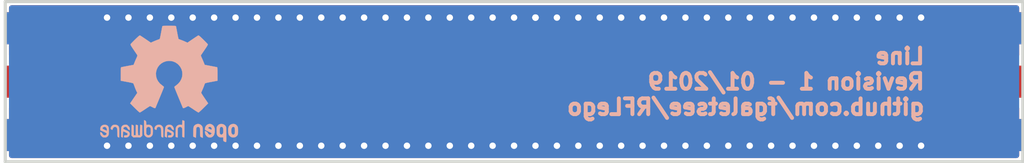
<source format=kicad_pcb>
(kicad_pcb (version 20171130) (host pcbnew "(5.0.1-3-g963ef8bb5)")

  (general
    (thickness 1.6)
    (drawings 6)
    (tracks 81)
    (zones 0)
    (modules 3)
    (nets 3)
  )

  (page A4)
  (layers
    (0 F.Cu signal)
    (31 B.Cu signal)
    (32 B.Adhes user)
    (33 F.Adhes user)
    (34 B.Paste user)
    (35 F.Paste user)
    (36 B.SilkS user)
    (37 F.SilkS user)
    (38 B.Mask user)
    (39 F.Mask user)
    (40 Dwgs.User user)
    (41 Cmts.User user)
    (42 Eco1.User user)
    (43 Eco2.User user)
    (44 Edge.Cuts user)
    (45 Margin user)
    (46 B.CrtYd user)
    (47 F.CrtYd user)
    (48 B.Fab user)
    (49 F.Fab user)
  )

  (setup
    (last_trace_width 0.2032)
    (trace_clearance 0.2032)
    (zone_clearance 0.1)
    (zone_45_only no)
    (trace_min 0.2032)
    (segment_width 0.2)
    (edge_width 0.15)
    (via_size 0.6096)
    (via_drill 0.3048)
    (via_min_size 0.6096)
    (via_min_drill 0.3048)
    (uvia_size 0.3)
    (uvia_drill 0.1)
    (uvias_allowed no)
    (uvia_min_size 0.2)
    (uvia_min_drill 0.1)
    (pcb_text_width 0.3)
    (pcb_text_size 1.5 1.5)
    (mod_edge_width 0.15)
    (mod_text_size 1 1)
    (mod_text_width 0.15)
    (pad_size 1.524 1.524)
    (pad_drill 0.762)
    (pad_to_mask_clearance 0.051)
    (solder_mask_min_width 0.25)
    (aux_axis_origin 0 0)
    (grid_origin 102.362 88.646)
    (visible_elements FFFFFF7F)
    (pcbplotparams
      (layerselection 0x010fc_ffffffff)
      (usegerberextensions false)
      (usegerberattributes false)
      (usegerberadvancedattributes false)
      (creategerberjobfile false)
      (excludeedgelayer true)
      (linewidth 0.100000)
      (plotframeref false)
      (viasonmask false)
      (mode 1)
      (useauxorigin false)
      (hpglpennumber 1)
      (hpglpenspeed 20)
      (hpglpendiameter 15.000000)
      (psnegative false)
      (psa4output false)
      (plotreference true)
      (plotvalue true)
      (plotinvisibletext false)
      (padsonsilk false)
      (subtractmaskfromsilk false)
      (outputformat 1)
      (mirror false)
      (drillshape 1)
      (scaleselection 1)
      (outputdirectory ""))
  )

  (net 0 "")
  (net 1 "Net-(J1-Pad1)")
  (net 2 GND)

  (net_class Default "This is the default net class."
    (clearance 0.2032)
    (trace_width 0.2032)
    (via_dia 0.6096)
    (via_drill 0.3048)
    (uvia_dia 0.3)
    (uvia_drill 0.1)
    (diff_pair_gap 0.2032)
    (diff_pair_width 0.2032)
    (add_net GND)
  )

  (net_class 50Ohm ""
    (clearance 0.37)
    (trace_width 1.8)
    (via_dia 0.6096)
    (via_drill 0.3048)
    (uvia_dia 0.3)
    (uvia_drill 0.1)
    (diff_pair_gap 0.2032)
    (diff_pair_width 0.2032)
    (add_net "Net-(J1-Pad1)")
  )

  (module RFLego_Footprint:SMA_Edge (layer F.Cu) (tedit 5C3CF4CB) (tstamp 5C49592E)
    (at 102.362 84.836)
    (path /5C3CEFC7)
    (fp_text reference J1 (at 2.1336 4.6482) (layer F.SilkS) hide
      (effects (font (size 1 1) (thickness 0.15)))
    )
    (fp_text value SMA (at 1.27 6.35) (layer F.Fab) hide
      (effects (font (size 1 1) (thickness 0.15)))
    )
    (pad 1 smd rect (at 2.032 0) (size 4.064 1.524) (layers F.Cu F.Mask)
      (net 1 "Net-(J1-Pad1)"))
    (pad 2 smd rect (at 2.032 -2.54) (size 4.064 1.524) (layers F.Cu F.Mask)
      (net 2 GND))
    (pad 2 smd rect (at 2.032 2.54) (size 4.064 1.524) (layers B.Cu B.Mask)
      (net 2 GND))
    (pad 2 smd rect (at 2.032 -2.54) (size 4.064 1.524) (layers B.Cu B.Mask)
      (net 2 GND))
    (pad 2 smd rect (at 2.032 2.54) (size 4.064 1.524) (layers F.Cu F.Mask)
      (net 2 GND))
  )

  (module RFLego_Footprint:SMA_Edge (layer F.Cu) (tedit 5C3CF4D1) (tstamp 5C495937)
    (at 146.558 84.836)
    (path /5C3CEFFE)
    (fp_text reference J2 (at 2.1336 4.6482) (layer F.SilkS) hide
      (effects (font (size 1 1) (thickness 0.15)))
    )
    (fp_text value SMA (at 1.27 6.35) (layer F.Fab) hide
      (effects (font (size 1 1) (thickness 0.15)))
    )
    (pad 2 smd rect (at 2.032 2.54) (size 4.064 1.524) (layers F.Cu F.Mask)
      (net 2 GND))
    (pad 2 smd rect (at 2.032 -2.54) (size 4.064 1.524) (layers B.Cu B.Mask)
      (net 2 GND))
    (pad 2 smd rect (at 2.032 2.54) (size 4.064 1.524) (layers B.Cu B.Mask)
      (net 2 GND))
    (pad 2 smd rect (at 2.032 -2.54) (size 4.064 1.524) (layers F.Cu F.Mask)
      (net 2 GND))
    (pad 1 smd rect (at 2.032 0) (size 4.064 1.524) (layers F.Cu F.Mask)
      (net 1 "Net-(J1-Pad1)"))
  )

  (module Symbol:OSHW-Logo2_7.3x6mm_SilkScreen (layer B.Cu) (tedit 0) (tstamp 5C496CBC)
    (at 110.1344 84.9376 180)
    (descr "Open Source Hardware Symbol")
    (tags "Logo Symbol OSHW")
    (attr virtual)
    (fp_text reference REF** (at 0 0 180) (layer B.SilkS) hide
      (effects (font (size 1 1) (thickness 0.15)) (justify mirror))
    )
    (fp_text value OSHW-Logo2_7.3x6mm_SilkScreen (at 0.75 0 180) (layer B.Fab) hide
      (effects (font (size 1 1) (thickness 0.15)) (justify mirror))
    )
    (fp_poly (pts (xy 0.10391 2.757652) (xy 0.182454 2.757222) (xy 0.239298 2.756058) (xy 0.278105 2.753793)
      (xy 0.302538 2.75006) (xy 0.316262 2.744494) (xy 0.32294 2.736727) (xy 0.326236 2.726395)
      (xy 0.326556 2.725057) (xy 0.331562 2.700921) (xy 0.340829 2.653299) (xy 0.353392 2.587259)
      (xy 0.368287 2.507872) (xy 0.384551 2.420204) (xy 0.385119 2.417125) (xy 0.40141 2.331211)
      (xy 0.416652 2.255304) (xy 0.429861 2.193955) (xy 0.440054 2.151718) (xy 0.446248 2.133145)
      (xy 0.446543 2.132816) (xy 0.464788 2.123747) (xy 0.502405 2.108633) (xy 0.551271 2.090738)
      (xy 0.551543 2.090642) (xy 0.613093 2.067507) (xy 0.685657 2.038035) (xy 0.754057 2.008403)
      (xy 0.757294 2.006938) (xy 0.868702 1.956374) (xy 1.115399 2.12484) (xy 1.191077 2.176197)
      (xy 1.259631 2.222111) (xy 1.317088 2.25997) (xy 1.359476 2.287163) (xy 1.382825 2.301079)
      (xy 1.385042 2.302111) (xy 1.40201 2.297516) (xy 1.433701 2.275345) (xy 1.481352 2.234553)
      (xy 1.546198 2.174095) (xy 1.612397 2.109773) (xy 1.676214 2.046388) (xy 1.733329 1.988549)
      (xy 1.780305 1.939825) (xy 1.813703 1.90379) (xy 1.830085 1.884016) (xy 1.830694 1.882998)
      (xy 1.832505 1.869428) (xy 1.825683 1.847267) (xy 1.80854 1.813522) (xy 1.779393 1.7652)
      (xy 1.736555 1.699308) (xy 1.679448 1.614483) (xy 1.628766 1.539823) (xy 1.583461 1.47286)
      (xy 1.54615 1.417484) (xy 1.519452 1.37758) (xy 1.505985 1.357038) (xy 1.505137 1.355644)
      (xy 1.506781 1.335962) (xy 1.519245 1.297707) (xy 1.540048 1.248111) (xy 1.547462 1.232272)
      (xy 1.579814 1.16171) (xy 1.614328 1.081647) (xy 1.642365 1.012371) (xy 1.662568 0.960955)
      (xy 1.678615 0.921881) (xy 1.687888 0.901459) (xy 1.689041 0.899886) (xy 1.706096 0.897279)
      (xy 1.746298 0.890137) (xy 1.804302 0.879477) (xy 1.874763 0.866315) (xy 1.952335 0.851667)
      (xy 2.031672 0.836551) (xy 2.107431 0.821982) (xy 2.174264 0.808978) (xy 2.226828 0.798555)
      (xy 2.259776 0.79173) (xy 2.267857 0.789801) (xy 2.276205 0.785038) (xy 2.282506 0.774282)
      (xy 2.287045 0.753902) (xy 2.290104 0.720266) (xy 2.291967 0.669745) (xy 2.292918 0.598708)
      (xy 2.29324 0.503524) (xy 2.293257 0.464508) (xy 2.293257 0.147201) (xy 2.217057 0.132161)
      (xy 2.174663 0.124005) (xy 2.1114 0.112101) (xy 2.034962 0.097884) (xy 1.953043 0.08279)
      (xy 1.9304 0.078645) (xy 1.854806 0.063947) (xy 1.788953 0.049495) (xy 1.738366 0.036625)
      (xy 1.708574 0.026678) (xy 1.703612 0.023713) (xy 1.691426 0.002717) (xy 1.673953 -0.037967)
      (xy 1.654577 -0.090322) (xy 1.650734 -0.1016) (xy 1.625339 -0.171523) (xy 1.593817 -0.250418)
      (xy 1.562969 -0.321266) (xy 1.562817 -0.321595) (xy 1.511447 -0.432733) (xy 1.680399 -0.681253)
      (xy 1.849352 -0.929772) (xy 1.632429 -1.147058) (xy 1.566819 -1.211726) (xy 1.506979 -1.268733)
      (xy 1.456267 -1.315033) (xy 1.418046 -1.347584) (xy 1.395675 -1.363343) (xy 1.392466 -1.364343)
      (xy 1.373626 -1.356469) (xy 1.33518 -1.334578) (xy 1.28133 -1.301267) (xy 1.216276 -1.259131)
      (xy 1.14594 -1.211943) (xy 1.074555 -1.16381) (xy 1.010908 -1.121928) (xy 0.959041 -1.088871)
      (xy 0.922995 -1.067218) (xy 0.906867 -1.059543) (xy 0.887189 -1.066037) (xy 0.849875 -1.08315)
      (xy 0.802621 -1.107326) (xy 0.797612 -1.110013) (xy 0.733977 -1.141927) (xy 0.690341 -1.157579)
      (xy 0.663202 -1.157745) (xy 0.649057 -1.143204) (xy 0.648975 -1.143) (xy 0.641905 -1.125779)
      (xy 0.625042 -1.084899) (xy 0.599695 -1.023525) (xy 0.567171 -0.944819) (xy 0.528778 -0.851947)
      (xy 0.485822 -0.748072) (xy 0.444222 -0.647502) (xy 0.398504 -0.536516) (xy 0.356526 -0.433703)
      (xy 0.319548 -0.342215) (xy 0.288827 -0.265201) (xy 0.265622 -0.205815) (xy 0.25119 -0.167209)
      (xy 0.246743 -0.1528) (xy 0.257896 -0.136272) (xy 0.287069 -0.10993) (xy 0.325971 -0.080887)
      (xy 0.436757 0.010961) (xy 0.523351 0.116241) (xy 0.584716 0.232734) (xy 0.619815 0.358224)
      (xy 0.627608 0.490493) (xy 0.621943 0.551543) (xy 0.591078 0.678205) (xy 0.53792 0.790059)
      (xy 0.465767 0.885999) (xy 0.377917 0.964924) (xy 0.277665 1.02573) (xy 0.16831 1.067313)
      (xy 0.053147 1.088572) (xy -0.064525 1.088401) (xy -0.18141 1.065699) (xy -0.294211 1.019362)
      (xy -0.399631 0.948287) (xy -0.443632 0.908089) (xy -0.528021 0.804871) (xy -0.586778 0.692075)
      (xy -0.620296 0.57299) (xy -0.628965 0.450905) (xy -0.613177 0.329107) (xy -0.573322 0.210884)
      (xy -0.509793 0.099525) (xy -0.422979 -0.001684) (xy -0.325971 -0.080887) (xy -0.285563 -0.111162)
      (xy -0.257018 -0.137219) (xy -0.246743 -0.152825) (xy -0.252123 -0.169843) (xy -0.267425 -0.2105)
      (xy -0.291388 -0.271642) (xy -0.322756 -0.350119) (xy -0.360268 -0.44278) (xy -0.402667 -0.546472)
      (xy -0.444337 -0.647526) (xy -0.49031 -0.758607) (xy -0.532893 -0.861541) (xy -0.570779 -0.953165)
      (xy -0.60266 -1.030316) (xy -0.627229 -1.089831) (xy -0.64318 -1.128544) (xy -0.64909 -1.143)
      (xy -0.663052 -1.157685) (xy -0.69006 -1.157642) (xy -0.733587 -1.142099) (xy -0.79711 -1.110284)
      (xy -0.797612 -1.110013) (xy -0.84544 -1.085323) (xy -0.884103 -1.067338) (xy -0.905905 -1.059614)
      (xy -0.906867 -1.059543) (xy -0.923279 -1.067378) (xy -0.959513 -1.089165) (xy -1.011526 -1.122328)
      (xy -1.075275 -1.164291) (xy -1.14594 -1.211943) (xy -1.217884 -1.260191) (xy -1.282726 -1.302151)
      (xy -1.336265 -1.335227) (xy -1.374303 -1.356821) (xy -1.392467 -1.364343) (xy -1.409192 -1.354457)
      (xy -1.44282 -1.326826) (xy -1.48999 -1.284495) (xy -1.547342 -1.230505) (xy -1.611516 -1.167899)
      (xy -1.632503 -1.146983) (xy -1.849501 -0.929623) (xy -1.684332 -0.68722) (xy -1.634136 -0.612781)
      (xy -1.590081 -0.545972) (xy -1.554638 -0.490665) (xy -1.530281 -0.450729) (xy -1.519478 -0.430036)
      (xy -1.519162 -0.428563) (xy -1.524857 -0.409058) (xy -1.540174 -0.369822) (xy -1.562463 -0.31743)
      (xy -1.578107 -0.282355) (xy -1.607359 -0.215201) (xy -1.634906 -0.147358) (xy -1.656263 -0.090034)
      (xy -1.662065 -0.072572) (xy -1.678548 -0.025938) (xy -1.69466 0.010095) (xy -1.70351 0.023713)
      (xy -1.72304 0.032048) (xy -1.765666 0.043863) (xy -1.825855 0.057819) (xy -1.898078 0.072578)
      (xy -1.9304 0.078645) (xy -2.012478 0.093727) (xy -2.091205 0.108331) (xy -2.158891 0.12102)
      (xy -2.20784 0.130358) (xy -2.217057 0.132161) (xy -2.293257 0.147201) (xy -2.293257 0.464508)
      (xy -2.293086 0.568846) (xy -2.292384 0.647787) (xy -2.290866 0.704962) (xy -2.288251 0.744001)
      (xy -2.284254 0.768535) (xy -2.278591 0.782195) (xy -2.27098 0.788611) (xy -2.267857 0.789801)
      (xy -2.249022 0.79402) (xy -2.207412 0.802438) (xy -2.14837 0.814039) (xy -2.077243 0.827805)
      (xy -1.999375 0.84272) (xy -1.920113 0.857768) (xy -1.844802 0.871931) (xy -1.778787 0.884194)
      (xy -1.727413 0.893539) (xy -1.696025 0.89895) (xy -1.689041 0.899886) (xy -1.682715 0.912404)
      (xy -1.66871 0.945754) (xy -1.649645 0.993623) (xy -1.642366 1.012371) (xy -1.613004 1.084805)
      (xy -1.578429 1.16483) (xy -1.547463 1.232272) (xy -1.524677 1.283841) (xy -1.509518 1.326215)
      (xy -1.504458 1.352166) (xy -1.505264 1.355644) (xy -1.515959 1.372064) (xy -1.54038 1.408583)
      (xy -1.575905 1.461313) (xy -1.619913 1.526365) (xy -1.669783 1.599849) (xy -1.679644 1.614355)
      (xy -1.737508 1.700296) (xy -1.780044 1.765739) (xy -1.808946 1.813696) (xy -1.82591 1.84718)
      (xy -1.832633 1.869205) (xy -1.83081 1.882783) (xy -1.830764 1.882869) (xy -1.816414 1.900703)
      (xy -1.784677 1.935183) (xy -1.73899 1.982732) (xy -1.682796 2.039778) (xy -1.619532 2.102745)
      (xy -1.612398 2.109773) (xy -1.53267 2.18698) (xy -1.471143 2.24367) (xy -1.426579 2.28089)
      (xy -1.397743 2.299685) (xy -1.385042 2.302111) (xy -1.366506 2.291529) (xy -1.328039 2.267084)
      (xy -1.273614 2.231388) (xy -1.207202 2.187053) (xy -1.132775 2.136689) (xy -1.115399 2.12484)
      (xy -0.868703 1.956374) (xy -0.757294 2.006938) (xy -0.689543 2.036405) (xy -0.616817 2.066041)
      (xy -0.554297 2.08967) (xy -0.551543 2.090642) (xy -0.50264 2.108543) (xy -0.464943 2.12368)
      (xy -0.446575 2.13279) (xy -0.446544 2.132816) (xy -0.440715 2.149283) (xy -0.430808 2.189781)
      (xy -0.417805 2.249758) (xy -0.402691 2.32466) (xy -0.386448 2.409936) (xy -0.385119 2.417125)
      (xy -0.368825 2.504986) (xy -0.353867 2.58474) (xy -0.341209 2.651319) (xy -0.331814 2.699653)
      (xy -0.326646 2.724675) (xy -0.326556 2.725057) (xy -0.323411 2.735701) (xy -0.317296 2.743738)
      (xy -0.304547 2.749533) (xy -0.2815 2.753453) (xy -0.244491 2.755865) (xy -0.189856 2.757135)
      (xy -0.113933 2.757629) (xy -0.013056 2.757714) (xy 0 2.757714) (xy 0.10391 2.757652)) (layer B.SilkS) (width 0.01))
    (fp_poly (pts (xy 3.153595 -1.966966) (xy 3.211021 -2.004497) (xy 3.238719 -2.038096) (xy 3.260662 -2.099064)
      (xy 3.262405 -2.147308) (xy 3.258457 -2.211816) (xy 3.109686 -2.276934) (xy 3.037349 -2.310202)
      (xy 2.990084 -2.336964) (xy 2.965507 -2.360144) (xy 2.961237 -2.382667) (xy 2.974889 -2.407455)
      (xy 2.989943 -2.423886) (xy 3.033746 -2.450235) (xy 3.081389 -2.452081) (xy 3.125145 -2.431546)
      (xy 3.157289 -2.390752) (xy 3.163038 -2.376347) (xy 3.190576 -2.331356) (xy 3.222258 -2.312182)
      (xy 3.265714 -2.295779) (xy 3.265714 -2.357966) (xy 3.261872 -2.400283) (xy 3.246823 -2.435969)
      (xy 3.21528 -2.476943) (xy 3.210592 -2.482267) (xy 3.175506 -2.51872) (xy 3.145347 -2.538283)
      (xy 3.107615 -2.547283) (xy 3.076335 -2.55023) (xy 3.020385 -2.550965) (xy 2.980555 -2.54166)
      (xy 2.955708 -2.527846) (xy 2.916656 -2.497467) (xy 2.889625 -2.464613) (xy 2.872517 -2.423294)
      (xy 2.863238 -2.367521) (xy 2.859693 -2.291305) (xy 2.85941 -2.252622) (xy 2.860372 -2.206247)
      (xy 2.948007 -2.206247) (xy 2.949023 -2.231126) (xy 2.951556 -2.2352) (xy 2.968274 -2.229665)
      (xy 3.004249 -2.215017) (xy 3.052331 -2.19419) (xy 3.062386 -2.189714) (xy 3.123152 -2.158814)
      (xy 3.156632 -2.131657) (xy 3.16399 -2.10622) (xy 3.146391 -2.080481) (xy 3.131856 -2.069109)
      (xy 3.07941 -2.046364) (xy 3.030322 -2.050122) (xy 2.989227 -2.077884) (xy 2.960758 -2.127152)
      (xy 2.951631 -2.166257) (xy 2.948007 -2.206247) (xy 2.860372 -2.206247) (xy 2.861285 -2.162249)
      (xy 2.868196 -2.095384) (xy 2.881884 -2.046695) (xy 2.904096 -2.010849) (xy 2.936574 -1.982513)
      (xy 2.950733 -1.973355) (xy 3.015053 -1.949507) (xy 3.085473 -1.948006) (xy 3.153595 -1.966966)) (layer B.SilkS) (width 0.01))
    (fp_poly (pts (xy 2.6526 -1.958752) (xy 2.669948 -1.966334) (xy 2.711356 -1.999128) (xy 2.746765 -2.046547)
      (xy 2.768664 -2.097151) (xy 2.772229 -2.122098) (xy 2.760279 -2.156927) (xy 2.734067 -2.175357)
      (xy 2.705964 -2.186516) (xy 2.693095 -2.188572) (xy 2.686829 -2.173649) (xy 2.674456 -2.141175)
      (xy 2.669028 -2.126502) (xy 2.63859 -2.075744) (xy 2.59452 -2.050427) (xy 2.53801 -2.051206)
      (xy 2.533825 -2.052203) (xy 2.503655 -2.066507) (xy 2.481476 -2.094393) (xy 2.466327 -2.139287)
      (xy 2.45725 -2.204615) (xy 2.453286 -2.293804) (xy 2.452914 -2.341261) (xy 2.45273 -2.416071)
      (xy 2.451522 -2.467069) (xy 2.448309 -2.499471) (xy 2.442109 -2.518495) (xy 2.43194 -2.529356)
      (xy 2.416819 -2.537272) (xy 2.415946 -2.53767) (xy 2.386828 -2.549981) (xy 2.372403 -2.554514)
      (xy 2.370186 -2.540809) (xy 2.368289 -2.502925) (xy 2.366847 -2.445715) (xy 2.365998 -2.374027)
      (xy 2.365829 -2.321565) (xy 2.366692 -2.220047) (xy 2.37007 -2.143032) (xy 2.377142 -2.086023)
      (xy 2.389088 -2.044526) (xy 2.40709 -2.014043) (xy 2.432327 -1.99008) (xy 2.457247 -1.973355)
      (xy 2.517171 -1.951097) (xy 2.586911 -1.946076) (xy 2.6526 -1.958752)) (layer B.SilkS) (width 0.01))
    (fp_poly (pts (xy 2.144876 -1.956335) (xy 2.186667 -1.975344) (xy 2.219469 -1.998378) (xy 2.243503 -2.024133)
      (xy 2.260097 -2.057358) (xy 2.270577 -2.1028) (xy 2.276271 -2.165207) (xy 2.278507 -2.249327)
      (xy 2.278743 -2.304721) (xy 2.278743 -2.520826) (xy 2.241774 -2.53767) (xy 2.212656 -2.549981)
      (xy 2.198231 -2.554514) (xy 2.195472 -2.541025) (xy 2.193282 -2.504653) (xy 2.191942 -2.451542)
      (xy 2.191657 -2.409372) (xy 2.190434 -2.348447) (xy 2.187136 -2.300115) (xy 2.182321 -2.270518)
      (xy 2.178496 -2.264229) (xy 2.152783 -2.270652) (xy 2.112418 -2.287125) (xy 2.065679 -2.309458)
      (xy 2.020845 -2.333457) (xy 1.986193 -2.35493) (xy 1.970002 -2.369685) (xy 1.969938 -2.369845)
      (xy 1.97133 -2.397152) (xy 1.983818 -2.423219) (xy 2.005743 -2.444392) (xy 2.037743 -2.451474)
      (xy 2.065092 -2.450649) (xy 2.103826 -2.450042) (xy 2.124158 -2.459116) (xy 2.136369 -2.483092)
      (xy 2.137909 -2.487613) (xy 2.143203 -2.521806) (xy 2.129047 -2.542568) (xy 2.092148 -2.552462)
      (xy 2.052289 -2.554292) (xy 1.980562 -2.540727) (xy 1.943432 -2.521355) (xy 1.897576 -2.475845)
      (xy 1.873256 -2.419983) (xy 1.871073 -2.360957) (xy 1.891629 -2.305953) (xy 1.922549 -2.271486)
      (xy 1.95342 -2.252189) (xy 2.001942 -2.227759) (xy 2.058485 -2.202985) (xy 2.06791 -2.199199)
      (xy 2.130019 -2.171791) (xy 2.165822 -2.147634) (xy 2.177337 -2.123619) (xy 2.16658 -2.096635)
      (xy 2.148114 -2.075543) (xy 2.104469 -2.049572) (xy 2.056446 -2.047624) (xy 2.012406 -2.067637)
      (xy 1.980709 -2.107551) (xy 1.976549 -2.117848) (xy 1.952327 -2.155724) (xy 1.916965 -2.183842)
      (xy 1.872343 -2.206917) (xy 1.872343 -2.141485) (xy 1.874969 -2.101506) (xy 1.88623 -2.069997)
      (xy 1.911199 -2.036378) (xy 1.935169 -2.010484) (xy 1.972441 -1.973817) (xy 2.001401 -1.954121)
      (xy 2.032505 -1.94622) (xy 2.067713 -1.944914) (xy 2.144876 -1.956335)) (layer B.SilkS) (width 0.01))
    (fp_poly (pts (xy 1.779833 -1.958663) (xy 1.782048 -1.99685) (xy 1.783784 -2.054886) (xy 1.784899 -2.12818)
      (xy 1.785257 -2.205055) (xy 1.785257 -2.465196) (xy 1.739326 -2.511127) (xy 1.707675 -2.539429)
      (xy 1.67989 -2.550893) (xy 1.641915 -2.550168) (xy 1.62684 -2.548321) (xy 1.579726 -2.542948)
      (xy 1.540756 -2.539869) (xy 1.531257 -2.539585) (xy 1.499233 -2.541445) (xy 1.453432 -2.546114)
      (xy 1.435674 -2.548321) (xy 1.392057 -2.551735) (xy 1.362745 -2.54432) (xy 1.33368 -2.521427)
      (xy 1.323188 -2.511127) (xy 1.277257 -2.465196) (xy 1.277257 -1.978602) (xy 1.314226 -1.961758)
      (xy 1.346059 -1.949282) (xy 1.364683 -1.944914) (xy 1.369458 -1.958718) (xy 1.373921 -1.997286)
      (xy 1.377775 -2.056356) (xy 1.380722 -2.131663) (xy 1.382143 -2.195286) (xy 1.386114 -2.445657)
      (xy 1.420759 -2.450556) (xy 1.452268 -2.447131) (xy 1.467708 -2.436041) (xy 1.472023 -2.415308)
      (xy 1.475708 -2.371145) (xy 1.478469 -2.309146) (xy 1.480012 -2.234909) (xy 1.480235 -2.196706)
      (xy 1.480457 -1.976783) (xy 1.526166 -1.960849) (xy 1.558518 -1.950015) (xy 1.576115 -1.944962)
      (xy 1.576623 -1.944914) (xy 1.578388 -1.958648) (xy 1.580329 -1.99673) (xy 1.582282 -2.054482)
      (xy 1.584084 -2.127227) (xy 1.585343 -2.195286) (xy 1.589314 -2.445657) (xy 1.6764 -2.445657)
      (xy 1.680396 -2.21724) (xy 1.684392 -1.988822) (xy 1.726847 -1.966868) (xy 1.758192 -1.951793)
      (xy 1.776744 -1.944951) (xy 1.777279 -1.944914) (xy 1.779833 -1.958663)) (layer B.SilkS) (width 0.01))
    (fp_poly (pts (xy 1.190117 -2.065358) (xy 1.189933 -2.173837) (xy 1.189219 -2.257287) (xy 1.187675 -2.319704)
      (xy 1.185001 -2.365085) (xy 1.180894 -2.397429) (xy 1.175055 -2.420733) (xy 1.167182 -2.438995)
      (xy 1.161221 -2.449418) (xy 1.111855 -2.505945) (xy 1.049264 -2.541377) (xy 0.980013 -2.55409)
      (xy 0.910668 -2.542463) (xy 0.869375 -2.521568) (xy 0.826025 -2.485422) (xy 0.796481 -2.441276)
      (xy 0.778655 -2.383462) (xy 0.770463 -2.306313) (xy 0.769302 -2.249714) (xy 0.769458 -2.245647)
      (xy 0.870857 -2.245647) (xy 0.871476 -2.31055) (xy 0.874314 -2.353514) (xy 0.88084 -2.381622)
      (xy 0.892523 -2.401953) (xy 0.906483 -2.417288) (xy 0.953365 -2.44689) (xy 1.003701 -2.449419)
      (xy 1.051276 -2.424705) (xy 1.054979 -2.421356) (xy 1.070783 -2.403935) (xy 1.080693 -2.383209)
      (xy 1.086058 -2.352362) (xy 1.088228 -2.304577) (xy 1.088571 -2.251748) (xy 1.087827 -2.185381)
      (xy 1.084748 -2.141106) (xy 1.078061 -2.112009) (xy 1.066496 -2.091173) (xy 1.057013 -2.080107)
      (xy 1.01296 -2.052198) (xy 0.962224 -2.048843) (xy 0.913796 -2.070159) (xy 0.90445 -2.078073)
      (xy 0.88854 -2.095647) (xy 0.87861 -2.116587) (xy 0.873278 -2.147782) (xy 0.871163 -2.196122)
      (xy 0.870857 -2.245647) (xy 0.769458 -2.245647) (xy 0.77281 -2.158568) (xy 0.784726 -2.090086)
      (xy 0.807135 -2.0386) (xy 0.842124 -1.998443) (xy 0.869375 -1.977861) (xy 0.918907 -1.955625)
      (xy 0.976316 -1.945304) (xy 1.029682 -1.948067) (xy 1.059543 -1.959212) (xy 1.071261 -1.962383)
      (xy 1.079037 -1.950557) (xy 1.084465 -1.918866) (xy 1.088571 -1.870593) (xy 1.093067 -1.816829)
      (xy 1.099313 -1.784482) (xy 1.110676 -1.765985) (xy 1.130528 -1.75377) (xy 1.143 -1.748362)
      (xy 1.190171 -1.728601) (xy 1.190117 -2.065358)) (layer B.SilkS) (width 0.01))
    (fp_poly (pts (xy 0.529926 -1.949755) (xy 0.595858 -1.974084) (xy 0.649273 -2.017117) (xy 0.670164 -2.047409)
      (xy 0.692939 -2.102994) (xy 0.692466 -2.143186) (xy 0.668562 -2.170217) (xy 0.659717 -2.174813)
      (xy 0.62153 -2.189144) (xy 0.602028 -2.185472) (xy 0.595422 -2.161407) (xy 0.595086 -2.148114)
      (xy 0.582992 -2.09921) (xy 0.551471 -2.064999) (xy 0.507659 -2.048476) (xy 0.458695 -2.052634)
      (xy 0.418894 -2.074227) (xy 0.40545 -2.086544) (xy 0.395921 -2.101487) (xy 0.389485 -2.124075)
      (xy 0.385317 -2.159328) (xy 0.382597 -2.212266) (xy 0.380502 -2.287907) (xy 0.37996 -2.311857)
      (xy 0.377981 -2.39379) (xy 0.375731 -2.451455) (xy 0.372357 -2.489608) (xy 0.367006 -2.513004)
      (xy 0.358824 -2.526398) (xy 0.346959 -2.534545) (xy 0.339362 -2.538144) (xy 0.307102 -2.550452)
      (xy 0.288111 -2.554514) (xy 0.281836 -2.540948) (xy 0.278006 -2.499934) (xy 0.2766 -2.430999)
      (xy 0.277598 -2.333669) (xy 0.277908 -2.318657) (xy 0.280101 -2.229859) (xy 0.282693 -2.165019)
      (xy 0.286382 -2.119067) (xy 0.291864 -2.086935) (xy 0.299835 -2.063553) (xy 0.310993 -2.043852)
      (xy 0.31683 -2.03541) (xy 0.350296 -1.998057) (xy 0.387727 -1.969003) (xy 0.392309 -1.966467)
      (xy 0.459426 -1.946443) (xy 0.529926 -1.949755)) (layer B.SilkS) (width 0.01))
    (fp_poly (pts (xy 0.039744 -1.950968) (xy 0.096616 -1.972087) (xy 0.097267 -1.972493) (xy 0.13244 -1.99838)
      (xy 0.158407 -2.028633) (xy 0.17667 -2.068058) (xy 0.188732 -2.121462) (xy 0.196096 -2.193651)
      (xy 0.200264 -2.289432) (xy 0.200629 -2.303078) (xy 0.205876 -2.508842) (xy 0.161716 -2.531678)
      (xy 0.129763 -2.54711) (xy 0.11047 -2.554423) (xy 0.109578 -2.554514) (xy 0.106239 -2.541022)
      (xy 0.103587 -2.504626) (xy 0.101956 -2.451452) (xy 0.1016 -2.408393) (xy 0.101592 -2.338641)
      (xy 0.098403 -2.294837) (xy 0.087288 -2.273944) (xy 0.063501 -2.272925) (xy 0.022296 -2.288741)
      (xy -0.039914 -2.317815) (xy -0.085659 -2.341963) (xy -0.109187 -2.362913) (xy -0.116104 -2.385747)
      (xy -0.116114 -2.386877) (xy -0.104701 -2.426212) (xy -0.070908 -2.447462) (xy -0.019191 -2.450539)
      (xy 0.018061 -2.450006) (xy 0.037703 -2.460735) (xy 0.049952 -2.486505) (xy 0.057002 -2.519337)
      (xy 0.046842 -2.537966) (xy 0.043017 -2.540632) (xy 0.007001 -2.55134) (xy -0.043434 -2.552856)
      (xy -0.095374 -2.545759) (xy -0.132178 -2.532788) (xy -0.183062 -2.489585) (xy -0.211986 -2.429446)
      (xy -0.217714 -2.382462) (xy -0.213343 -2.340082) (xy -0.197525 -2.305488) (xy -0.166203 -2.274763)
      (xy -0.115322 -2.24399) (xy -0.040824 -2.209252) (xy -0.036286 -2.207288) (xy 0.030821 -2.176287)
      (xy 0.072232 -2.150862) (xy 0.089981 -2.128014) (xy 0.086107 -2.104745) (xy 0.062643 -2.078056)
      (xy 0.055627 -2.071914) (xy 0.00863 -2.0481) (xy -0.040067 -2.049103) (xy -0.082478 -2.072451)
      (xy -0.110616 -2.115675) (xy -0.113231 -2.12416) (xy -0.138692 -2.165308) (xy -0.170999 -2.185128)
      (xy -0.217714 -2.20477) (xy -0.217714 -2.15395) (xy -0.203504 -2.080082) (xy -0.161325 -2.012327)
      (xy -0.139376 -1.989661) (xy -0.089483 -1.960569) (xy -0.026033 -1.9474) (xy 0.039744 -1.950968)) (layer B.SilkS) (width 0.01))
    (fp_poly (pts (xy -0.624114 -1.851289) (xy -0.619861 -1.910613) (xy -0.614975 -1.945572) (xy -0.608205 -1.96082)
      (xy -0.598298 -1.961015) (xy -0.595086 -1.959195) (xy -0.552356 -1.946015) (xy -0.496773 -1.946785)
      (xy -0.440263 -1.960333) (xy -0.404918 -1.977861) (xy -0.368679 -2.005861) (xy -0.342187 -2.037549)
      (xy -0.324001 -2.077813) (xy -0.312678 -2.131543) (xy -0.306778 -2.203626) (xy -0.304857 -2.298951)
      (xy -0.304823 -2.317237) (xy -0.3048 -2.522646) (xy -0.350509 -2.53858) (xy -0.382973 -2.54942)
      (xy -0.400785 -2.554468) (xy -0.401309 -2.554514) (xy -0.403063 -2.540828) (xy -0.404556 -2.503076)
      (xy -0.405674 -2.446224) (xy -0.406303 -2.375234) (xy -0.4064 -2.332073) (xy -0.406602 -2.246973)
      (xy -0.407642 -2.185981) (xy -0.410169 -2.144177) (xy -0.414836 -2.116642) (xy -0.422293 -2.098456)
      (xy -0.433189 -2.084698) (xy -0.439993 -2.078073) (xy -0.486728 -2.051375) (xy -0.537728 -2.049375)
      (xy -0.583999 -2.071955) (xy -0.592556 -2.080107) (xy -0.605107 -2.095436) (xy -0.613812 -2.113618)
      (xy -0.619369 -2.139909) (xy -0.622474 -2.179562) (xy -0.623824 -2.237832) (xy -0.624114 -2.318173)
      (xy -0.624114 -2.522646) (xy -0.669823 -2.53858) (xy -0.702287 -2.54942) (xy -0.720099 -2.554468)
      (xy -0.720623 -2.554514) (xy -0.721963 -2.540623) (xy -0.723172 -2.501439) (xy -0.724199 -2.4407)
      (xy -0.724998 -2.362141) (xy -0.725519 -2.269498) (xy -0.725714 -2.166509) (xy -0.725714 -1.769342)
      (xy -0.678543 -1.749444) (xy -0.631371 -1.729547) (xy -0.624114 -1.851289)) (layer B.SilkS) (width 0.01))
    (fp_poly (pts (xy -1.831697 -1.931239) (xy -1.774473 -1.969735) (xy -1.730251 -2.025335) (xy -1.703833 -2.096086)
      (xy -1.69849 -2.148162) (xy -1.699097 -2.169893) (xy -1.704178 -2.186531) (xy -1.718145 -2.201437)
      (xy -1.745411 -2.217973) (xy -1.790388 -2.239498) (xy -1.857489 -2.269374) (xy -1.857829 -2.269524)
      (xy -1.919593 -2.297813) (xy -1.970241 -2.322933) (xy -2.004596 -2.342179) (xy -2.017482 -2.352848)
      (xy -2.017486 -2.352934) (xy -2.006128 -2.376166) (xy -1.979569 -2.401774) (xy -1.949077 -2.420221)
      (xy -1.93363 -2.423886) (xy -1.891485 -2.411212) (xy -1.855192 -2.379471) (xy -1.837483 -2.344572)
      (xy -1.820448 -2.318845) (xy -1.787078 -2.289546) (xy -1.747851 -2.264235) (xy -1.713244 -2.250471)
      (xy -1.706007 -2.249714) (xy -1.697861 -2.26216) (xy -1.69737 -2.293972) (xy -1.703357 -2.336866)
      (xy -1.714643 -2.382558) (xy -1.73005 -2.422761) (xy -1.730829 -2.424322) (xy -1.777196 -2.489062)
      (xy -1.837289 -2.533097) (xy -1.905535 -2.554711) (xy -1.976362 -2.552185) (xy -2.044196 -2.523804)
      (xy -2.047212 -2.521808) (xy -2.100573 -2.473448) (xy -2.13566 -2.410352) (xy -2.155078 -2.327387)
      (xy -2.157684 -2.304078) (xy -2.162299 -2.194055) (xy -2.156767 -2.142748) (xy -2.017486 -2.142748)
      (xy -2.015676 -2.174753) (xy -2.005778 -2.184093) (xy -1.981102 -2.177105) (xy -1.942205 -2.160587)
      (xy -1.898725 -2.139881) (xy -1.897644 -2.139333) (xy -1.860791 -2.119949) (xy -1.846 -2.107013)
      (xy -1.849647 -2.093451) (xy -1.865005 -2.075632) (xy -1.904077 -2.049845) (xy -1.946154 -2.04795)
      (xy -1.983897 -2.066717) (xy -2.009966 -2.102915) (xy -2.017486 -2.142748) (xy -2.156767 -2.142748)
      (xy -2.152806 -2.106027) (xy -2.12845 -2.036212) (xy -2.094544 -1.987302) (xy -2.033347 -1.937878)
      (xy -1.965937 -1.913359) (xy -1.89712 -1.911797) (xy -1.831697 -1.931239)) (layer B.SilkS) (width 0.01))
    (fp_poly (pts (xy -2.958885 -1.921962) (xy -2.890855 -1.957733) (xy -2.840649 -2.015301) (xy -2.822815 -2.052312)
      (xy -2.808937 -2.107882) (xy -2.801833 -2.178096) (xy -2.80116 -2.254727) (xy -2.806573 -2.329552)
      (xy -2.81773 -2.394342) (xy -2.834286 -2.440873) (xy -2.839374 -2.448887) (xy -2.899645 -2.508707)
      (xy -2.971231 -2.544535) (xy -3.048908 -2.55502) (xy -3.127452 -2.53881) (xy -3.149311 -2.529092)
      (xy -3.191878 -2.499143) (xy -3.229237 -2.459433) (xy -3.232768 -2.454397) (xy -3.247119 -2.430124)
      (xy -3.256606 -2.404178) (xy -3.26221 -2.370022) (xy -3.264914 -2.321119) (xy -3.265701 -2.250935)
      (xy -3.265714 -2.2352) (xy -3.265678 -2.230192) (xy -3.120571 -2.230192) (xy -3.119727 -2.29643)
      (xy -3.116404 -2.340386) (xy -3.109417 -2.368779) (xy -3.097584 -2.388325) (xy -3.091543 -2.394857)
      (xy -3.056814 -2.41968) (xy -3.023097 -2.418548) (xy -2.989005 -2.397016) (xy -2.968671 -2.374029)
      (xy -2.956629 -2.340478) (xy -2.949866 -2.287569) (xy -2.949402 -2.281399) (xy -2.948248 -2.185513)
      (xy -2.960312 -2.114299) (xy -2.98543 -2.068194) (xy -3.02344 -2.047635) (xy -3.037008 -2.046514)
      (xy -3.072636 -2.052152) (xy -3.097006 -2.071686) (xy -3.111907 -2.109042) (xy -3.119125 -2.16815)
      (xy -3.120571 -2.230192) (xy -3.265678 -2.230192) (xy -3.265174 -2.160413) (xy -3.262904 -2.108159)
      (xy -3.257932 -2.071949) (xy -3.249287 -2.045299) (xy -3.235995 -2.021722) (xy -3.233057 -2.017338)
      (xy -3.183687 -1.958249) (xy -3.129891 -1.923947) (xy -3.064398 -1.910331) (xy -3.042158 -1.909665)
      (xy -2.958885 -1.921962)) (layer B.SilkS) (width 0.01))
    (fp_poly (pts (xy -1.283907 -1.92778) (xy -1.237328 -1.954723) (xy -1.204943 -1.981466) (xy -1.181258 -2.009484)
      (xy -1.164941 -2.043748) (xy -1.154661 -2.089227) (xy -1.149086 -2.150892) (xy -1.146884 -2.233711)
      (xy -1.146629 -2.293246) (xy -1.146629 -2.512391) (xy -1.208314 -2.540044) (xy -1.27 -2.567697)
      (xy -1.277257 -2.32767) (xy -1.280256 -2.238028) (xy -1.283402 -2.172962) (xy -1.287299 -2.128026)
      (xy -1.292553 -2.09877) (xy -1.299769 -2.080748) (xy -1.30955 -2.069511) (xy -1.312688 -2.067079)
      (xy -1.360239 -2.048083) (xy -1.408303 -2.0556) (xy -1.436914 -2.075543) (xy -1.448553 -2.089675)
      (xy -1.456609 -2.10822) (xy -1.461729 -2.136334) (xy -1.464559 -2.179173) (xy -1.465744 -2.241895)
      (xy -1.465943 -2.307261) (xy -1.465982 -2.389268) (xy -1.467386 -2.447316) (xy -1.472086 -2.486465)
      (xy -1.482013 -2.51178) (xy -1.499097 -2.528323) (xy -1.525268 -2.541156) (xy -1.560225 -2.554491)
      (xy -1.598404 -2.569007) (xy -1.593859 -2.311389) (xy -1.592029 -2.218519) (xy -1.589888 -2.149889)
      (xy -1.586819 -2.100711) (xy -1.582206 -2.066198) (xy -1.575432 -2.041562) (xy -1.565881 -2.022016)
      (xy -1.554366 -2.00477) (xy -1.49881 -1.94968) (xy -1.43102 -1.917822) (xy -1.357287 -1.910191)
      (xy -1.283907 -1.92778)) (layer B.SilkS) (width 0.01))
    (fp_poly (pts (xy -2.400256 -1.919918) (xy -2.344799 -1.947568) (xy -2.295852 -1.99848) (xy -2.282371 -2.017338)
      (xy -2.267686 -2.042015) (xy -2.258158 -2.068816) (xy -2.252707 -2.104587) (xy -2.250253 -2.156169)
      (xy -2.249714 -2.224267) (xy -2.252148 -2.317588) (xy -2.260606 -2.387657) (xy -2.276826 -2.439931)
      (xy -2.302546 -2.479869) (xy -2.339503 -2.512929) (xy -2.342218 -2.514886) (xy -2.37864 -2.534908)
      (xy -2.422498 -2.544815) (xy -2.478276 -2.547257) (xy -2.568952 -2.547257) (xy -2.56899 -2.635283)
      (xy -2.569834 -2.684308) (xy -2.574976 -2.713065) (xy -2.588413 -2.730311) (xy -2.614142 -2.744808)
      (xy -2.620321 -2.747769) (xy -2.649236 -2.761648) (xy -2.671624 -2.770414) (xy -2.688271 -2.771171)
      (xy -2.699964 -2.761023) (xy -2.70749 -2.737073) (xy -2.711634 -2.696426) (xy -2.713185 -2.636186)
      (xy -2.712929 -2.553455) (xy -2.711651 -2.445339) (xy -2.711252 -2.413) (xy -2.709815 -2.301524)
      (xy -2.708528 -2.228603) (xy -2.569029 -2.228603) (xy -2.568245 -2.290499) (xy -2.56476 -2.330997)
      (xy -2.556876 -2.357708) (xy -2.542895 -2.378244) (xy -2.533403 -2.38826) (xy -2.494596 -2.417567)
      (xy -2.460237 -2.419952) (xy -2.424784 -2.39575) (xy -2.423886 -2.394857) (xy -2.409461 -2.376153)
      (xy -2.400687 -2.350732) (xy -2.396261 -2.311584) (xy -2.394882 -2.251697) (xy -2.394857 -2.23843)
      (xy -2.398188 -2.155901) (xy -2.409031 -2.098691) (xy -2.42866 -2.063766) (xy -2.45835 -2.048094)
      (xy -2.475509 -2.046514) (xy -2.516234 -2.053926) (xy -2.544168 -2.07833) (xy -2.560983 -2.12298)
      (xy -2.56835 -2.19113) (xy -2.569029 -2.228603) (xy -2.708528 -2.228603) (xy -2.708292 -2.215245)
      (xy -2.706323 -2.150333) (xy -2.70355 -2.102958) (xy -2.699612 -2.06929) (xy -2.694151 -2.045498)
      (xy -2.686808 -2.027753) (xy -2.677223 -2.012224) (xy -2.673113 -2.006381) (xy -2.618595 -1.951185)
      (xy -2.549664 -1.91989) (xy -2.469928 -1.911165) (xy -2.400256 -1.919918)) (layer B.SilkS) (width 0.01))
  )

  (gr_text "Line\nRevision 1 - 01/2019\ngithub.com/fgaletsee/RFLego" (at 146.05 84.836) (layer B.SilkS)
    (effects (font (size 0.75 0.75) (thickness 0.1875)) (justify left mirror))
  )
  (gr_poly (pts (xy 106.934 82.296) (xy 146.05 82.296) (xy 146.05 87.376) (xy 106.934 87.376)) (layer F.Mask) (width 0.15))
  (gr_line (start 102.362 88.646) (end 102.362 81.026) (layer Edge.Cuts) (width 0.15))
  (gr_line (start 150.622 88.646) (end 102.362 88.646) (layer Edge.Cuts) (width 0.15))
  (gr_line (start 150.622 81.026) (end 150.622 88.646) (layer Edge.Cuts) (width 0.15))
  (gr_line (start 102.362 81.026) (end 150.622 81.026) (layer Edge.Cuts) (width 0.15))

  (segment (start 104.394 84.836) (end 148.59 84.836) (width 1.8) (layer F.Cu) (net 1))
  (via (at 107.188 81.788) (size 0.6096) (drill 0.3048) (layers F.Cu B.Cu) (net 2))
  (via (at 108.204 81.788) (size 0.6096) (drill 0.3048) (layers F.Cu B.Cu) (net 2))
  (via (at 109.22 81.788) (size 0.6096) (drill 0.3048) (layers F.Cu B.Cu) (net 2))
  (via (at 110.236 81.788) (size 0.6096) (drill 0.3048) (layers F.Cu B.Cu) (net 2))
  (via (at 111.252 81.788) (size 0.6096) (drill 0.3048) (layers F.Cu B.Cu) (net 2))
  (via (at 112.268 81.788) (size 0.6096) (drill 0.3048) (layers F.Cu B.Cu) (net 2))
  (via (at 113.284 81.788) (size 0.6096) (drill 0.3048) (layers F.Cu B.Cu) (net 2))
  (via (at 114.3 81.788) (size 0.6096) (drill 0.3048) (layers F.Cu B.Cu) (net 2))
  (via (at 115.316 81.788) (size 0.6096) (drill 0.3048) (layers F.Cu B.Cu) (net 2))
  (via (at 116.332 81.788) (size 0.6096) (drill 0.3048) (layers F.Cu B.Cu) (net 2))
  (via (at 117.348 81.788) (size 0.6096) (drill 0.3048) (layers F.Cu B.Cu) (net 2))
  (via (at 118.364 81.788) (size 0.6096) (drill 0.3048) (layers F.Cu B.Cu) (net 2))
  (via (at 119.38 81.788) (size 0.6096) (drill 0.3048) (layers F.Cu B.Cu) (net 2))
  (via (at 120.396 81.788) (size 0.6096) (drill 0.3048) (layers F.Cu B.Cu) (net 2))
  (via (at 121.412 81.788) (size 0.6096) (drill 0.3048) (layers F.Cu B.Cu) (net 2))
  (via (at 122.428 81.788) (size 0.6096) (drill 0.3048) (layers F.Cu B.Cu) (net 2))
  (via (at 123.444 81.788) (size 0.6096) (drill 0.3048) (layers F.Cu B.Cu) (net 2))
  (via (at 124.46 81.788) (size 0.6096) (drill 0.3048) (layers F.Cu B.Cu) (net 2))
  (via (at 125.476 81.788) (size 0.6096) (drill 0.3048) (layers F.Cu B.Cu) (net 2))
  (via (at 126.492 81.788) (size 0.6096) (drill 0.3048) (layers F.Cu B.Cu) (net 2))
  (via (at 127.508 81.788) (size 0.6096) (drill 0.3048) (layers F.Cu B.Cu) (net 2))
  (via (at 127.508 81.788) (size 0.6096) (drill 0.3048) (layers F.Cu B.Cu) (net 2) (tstamp 5C495A8D))
  (via (at 127.508 81.788) (size 0.6096) (drill 0.3048) (layers F.Cu B.Cu) (net 2))
  (via (at 128.524 81.788) (size 0.6096) (drill 0.3048) (layers F.Cu B.Cu) (net 2))
  (via (at 129.54 81.788) (size 0.6096) (drill 0.3048) (layers F.Cu B.Cu) (net 2))
  (via (at 130.556 81.788) (size 0.6096) (drill 0.3048) (layers F.Cu B.Cu) (net 2))
  (via (at 131.572 81.788) (size 0.6096) (drill 0.3048) (layers F.Cu B.Cu) (net 2))
  (via (at 132.588 81.788) (size 0.6096) (drill 0.3048) (layers F.Cu B.Cu) (net 2))
  (via (at 133.604 81.788) (size 0.6096) (drill 0.3048) (layers F.Cu B.Cu) (net 2))
  (via (at 134.62 81.788) (size 0.6096) (drill 0.3048) (layers F.Cu B.Cu) (net 2))
  (via (at 135.636 81.788) (size 0.6096) (drill 0.3048) (layers F.Cu B.Cu) (net 2))
  (via (at 136.652 81.788) (size 0.6096) (drill 0.3048) (layers F.Cu B.Cu) (net 2))
  (via (at 137.668 81.788) (size 0.6096) (drill 0.3048) (layers F.Cu B.Cu) (net 2))
  (via (at 138.684 81.788) (size 0.6096) (drill 0.3048) (layers F.Cu B.Cu) (net 2))
  (via (at 139.7 81.788) (size 0.6096) (drill 0.3048) (layers F.Cu B.Cu) (net 2))
  (via (at 140.716 81.788) (size 0.6096) (drill 0.3048) (layers F.Cu B.Cu) (net 2))
  (via (at 141.732 81.788) (size 0.6096) (drill 0.3048) (layers F.Cu B.Cu) (net 2))
  (via (at 142.748 81.788) (size 0.6096) (drill 0.3048) (layers F.Cu B.Cu) (net 2))
  (via (at 143.764 81.788) (size 0.6096) (drill 0.3048) (layers F.Cu B.Cu) (net 2))
  (via (at 144.78 81.788) (size 0.6096) (drill 0.3048) (layers F.Cu B.Cu) (net 2))
  (via (at 145.796 81.788) (size 0.6096) (drill 0.3048) (layers F.Cu B.Cu) (net 2))
  (via (at 107.188 87.884) (size 0.6096) (drill 0.3048) (layers F.Cu B.Cu) (net 2))
  (via (at 108.204 87.884) (size 0.6096) (drill 0.3048) (layers F.Cu B.Cu) (net 2))
  (via (at 109.22 87.884) (size 0.6096) (drill 0.3048) (layers F.Cu B.Cu) (net 2))
  (via (at 110.236 87.884) (size 0.6096) (drill 0.3048) (layers F.Cu B.Cu) (net 2))
  (via (at 111.252 87.884) (size 0.6096) (drill 0.3048) (layers F.Cu B.Cu) (net 2))
  (via (at 112.268 87.884) (size 0.6096) (drill 0.3048) (layers F.Cu B.Cu) (net 2))
  (via (at 113.284 87.884) (size 0.6096) (drill 0.3048) (layers F.Cu B.Cu) (net 2))
  (via (at 114.3 87.884) (size 0.6096) (drill 0.3048) (layers F.Cu B.Cu) (net 2))
  (via (at 115.316 87.884) (size 0.6096) (drill 0.3048) (layers F.Cu B.Cu) (net 2))
  (via (at 116.332 87.884) (size 0.6096) (drill 0.3048) (layers F.Cu B.Cu) (net 2))
  (via (at 117.348 87.884) (size 0.6096) (drill 0.3048) (layers F.Cu B.Cu) (net 2))
  (via (at 118.364 87.884) (size 0.6096) (drill 0.3048) (layers F.Cu B.Cu) (net 2))
  (via (at 119.38 87.884) (size 0.6096) (drill 0.3048) (layers F.Cu B.Cu) (net 2))
  (via (at 120.396 87.884) (size 0.6096) (drill 0.3048) (layers F.Cu B.Cu) (net 2))
  (via (at 121.412 87.884) (size 0.6096) (drill 0.3048) (layers F.Cu B.Cu) (net 2))
  (via (at 122.428 87.884) (size 0.6096) (drill 0.3048) (layers F.Cu B.Cu) (net 2))
  (via (at 123.444 87.884) (size 0.6096) (drill 0.3048) (layers F.Cu B.Cu) (net 2))
  (via (at 124.46 87.884) (size 0.6096) (drill 0.3048) (layers F.Cu B.Cu) (net 2))
  (via (at 125.476 87.884) (size 0.6096) (drill 0.3048) (layers F.Cu B.Cu) (net 2))
  (via (at 126.492 87.884) (size 0.6096) (drill 0.3048) (layers F.Cu B.Cu) (net 2))
  (via (at 127.508 87.884) (size 0.6096) (drill 0.3048) (layers F.Cu B.Cu) (net 2))
  (via (at 128.524 87.884) (size 0.6096) (drill 0.3048) (layers F.Cu B.Cu) (net 2))
  (via (at 129.54 87.884) (size 0.6096) (drill 0.3048) (layers F.Cu B.Cu) (net 2))
  (via (at 130.556 87.884) (size 0.6096) (drill 0.3048) (layers F.Cu B.Cu) (net 2))
  (via (at 131.572 87.884) (size 0.6096) (drill 0.3048) (layers F.Cu B.Cu) (net 2))
  (via (at 132.588 87.884) (size 0.6096) (drill 0.3048) (layers F.Cu B.Cu) (net 2))
  (via (at 133.604 87.884) (size 0.6096) (drill 0.3048) (layers F.Cu B.Cu) (net 2))
  (via (at 134.62 87.884) (size 0.6096) (drill 0.3048) (layers F.Cu B.Cu) (net 2))
  (via (at 135.636 87.884) (size 0.6096) (drill 0.3048) (layers F.Cu B.Cu) (net 2))
  (via (at 136.652 87.884) (size 0.6096) (drill 0.3048) (layers F.Cu B.Cu) (net 2))
  (via (at 137.668 87.884) (size 0.6096) (drill 0.3048) (layers F.Cu B.Cu) (net 2))
  (via (at 138.684 87.884) (size 0.6096) (drill 0.3048) (layers F.Cu B.Cu) (net 2))
  (via (at 139.7 87.884) (size 0.6096) (drill 0.3048) (layers F.Cu B.Cu) (net 2))
  (via (at 140.716 87.884) (size 0.6096) (drill 0.3048) (layers F.Cu B.Cu) (net 2))
  (via (at 141.732 87.884) (size 0.6096) (drill 0.3048) (layers F.Cu B.Cu) (net 2))
  (via (at 142.748 87.884) (size 0.6096) (drill 0.3048) (layers F.Cu B.Cu) (net 2))
  (via (at 143.764 87.884) (size 0.6096) (drill 0.3048) (layers F.Cu B.Cu) (net 2))
  (via (at 144.78 87.884) (size 0.6096) (drill 0.3048) (layers F.Cu B.Cu) (net 2))
  (via (at 145.796 87.884) (size 0.6096) (drill 0.3048) (layers F.Cu B.Cu) (net 2))

  (zone (net 2) (net_name GND) (layer F.Cu) (tstamp 0) (hatch edge 0.508)
    (connect_pads yes (clearance 0.1))
    (min_thickness 0.254)
    (fill yes (arc_segments 16) (thermal_gap 0.508) (thermal_bridge_width 0.508))
    (polygon
      (pts
        (xy 102.362 81.026) (xy 150.622 81.026) (xy 150.622 88.646) (xy 102.362 88.646)
      )
    )
    (filled_polygon
      (pts
        (xy 103.848918 86.151944) (xy 104.256412 86.233) (xy 148.727588 86.233) (xy 149.135082 86.151944) (xy 149.205734 86.104736)
        (xy 150.320001 86.104736) (xy 150.320001 88.344) (xy 102.664 88.344) (xy 102.664 86.104736) (xy 103.778266 86.104736)
      )
    )
    (filled_polygon
      (pts
        (xy 150.32 83.567264) (xy 149.205734 83.567264) (xy 149.135082 83.520056) (xy 148.727588 83.439) (xy 104.256412 83.439)
        (xy 103.848918 83.520056) (xy 103.778266 83.567264) (xy 102.664 83.567264) (xy 102.664 81.328) (xy 150.32 81.328)
      )
    )
  )
  (zone (net 2) (net_name GND) (layer B.Cu) (tstamp 5C495AA4) (hatch edge 0.508)
    (connect_pads yes (clearance 0.1))
    (min_thickness 0.254)
    (fill yes (arc_segments 16) (thermal_gap 0.508) (thermal_bridge_width 0.508))
    (polygon
      (pts
        (xy 102.362 81.026) (xy 150.622 81.026) (xy 150.622 88.646) (xy 102.362 88.646)
      )
    )
    (filled_polygon
      (pts
        (xy 150.320001 88.344) (xy 102.664 88.344) (xy 102.664 81.328) (xy 150.32 81.328)
      )
    )
  )
)

</source>
